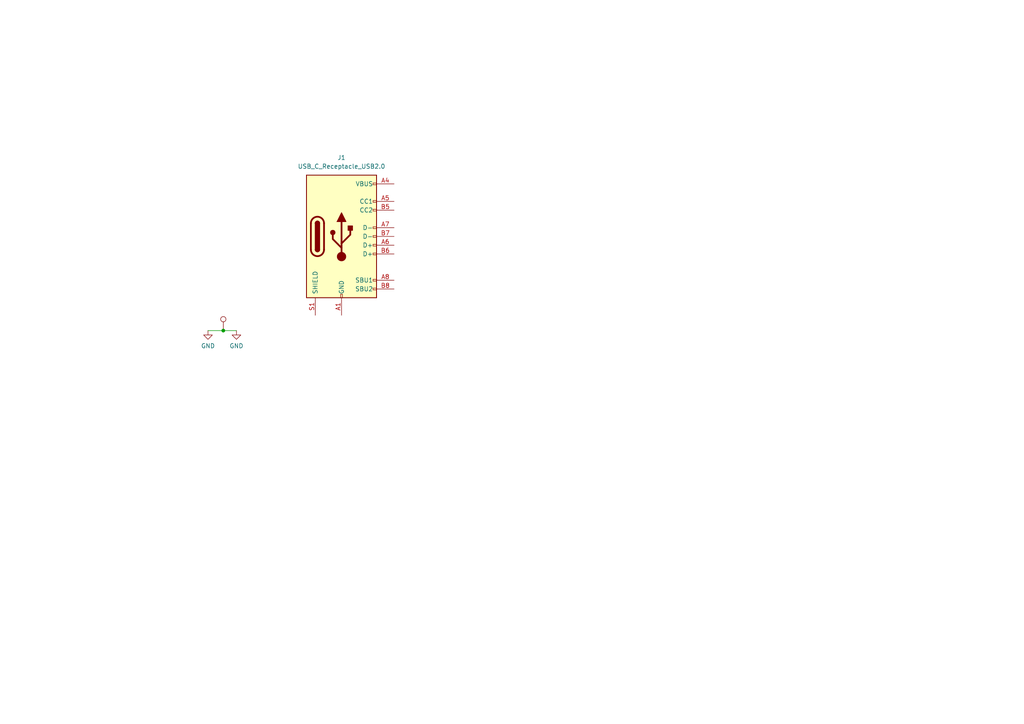
<source format=kicad_sch>
(kicad_sch (version 20230121) (generator eeschema)
  (paper "A4")
  (lib_symbols
    (symbol "Connector:TestPoint" (pin_numbers hide) (pin_names (offset 0.762) hide)
      (property "Reference" "TP" (at 0 6.858 0))
      (property "Value" "TestPoint" (at 0 5.08 0))
      (symbol "TestPoint_0_1"
        (circle (center 0 3.302) (radius 0.762))
      )
      (symbol "TestPoint_1_1"
        (pin passive line (at 0 0 90) (length 2.54) (name "1") (number "1"))
      )
    )
    (symbol "Connector:USB_C_Receptacle_USB2.0" (pin_names (offset 1.016))
      (property "Reference" "J" (at -10.16 19.05 0))
      (property "Value" "USB_C_Receptacle_USB2.0" (at 19.05 19.05 0))
      (symbol "USB_C_Receptacle_USB2.0_0_0"
        (rectangle (start -0.254 -17.78) (end 0.254 -16.764))
        (rectangle (start 10.16 -14.986) (end 9.144 -15.494))
        (rectangle (start 10.16 -12.446) (end 9.144 -12.954))
        (rectangle (start 10.16 -4.826) (end 9.144 -5.334))
        (rectangle (start 10.16 -2.286) (end 9.144 -2.794))
        (rectangle (start 10.16 0.254) (end 9.144 -0.254))
        (rectangle (start 10.16 2.794) (end 9.144 2.286))
        (rectangle (start 10.16 7.874) (end 9.144 7.366))
        (rectangle (start 10.16 10.414) (end 9.144 9.906))
        (rectangle (start 10.16 15.494) (end 9.144 14.986))
      )
      (symbol "USB_C_Receptacle_USB2.0_0_1"
        (rectangle (start -10.16 17.78) (end 10.16 -17.78) (stroke (width 0.254)) (fill (type background)))
        (arc (start -8.89 -3.81) (mid -6.985 -5.7067) (end -5.08 -3.81) (stroke (width 0.508)))
        (arc (start -7.62 -3.81) (mid -6.985 -4.4423) (end -6.35 -3.81) (stroke (width 0.254)))
        (arc (start -7.62 -3.81) (mid -6.985 -4.4423) (end -6.35 -3.81) (stroke (width 0.254)) (fill (type outline)))
        (rectangle (start -7.62 -3.81) (end -6.35 3.81) (stroke (width 0.254)) (fill (type outline)))
        (arc (start -6.35 3.81) (mid -6.985 4.4423) (end -7.62 3.81) (stroke (width 0.254)))
        (arc (start -6.35 3.81) (mid -6.985 4.4423) (end -7.62 3.81) (stroke (width 0.254)) (fill (type outline)))
        (arc (start -5.08 3.81) (mid -6.985 5.7067) (end -8.89 3.81) (stroke (width 0.508)))
        (circle (center -2.54 1.143) (radius 0.635) (stroke (width 0.254)) (fill (type outline)))
        (circle (center 0 -5.842) (radius 1.27) (fill (type outline)))
        (polyline (pts (xy -8.89 -3.81) (xy -8.89 3.81)) (stroke (width 0.508)))
        (polyline (pts (xy -5.08 3.81) (xy -5.08 -3.81)) (stroke (width 0.508)))
        (polyline (pts (xy 0 -5.842) (xy 0 4.318)) (stroke (width 0.508)))
        (polyline (pts (xy 0 -3.302) (xy -2.54 -0.762) (xy -2.54 0.508)) (stroke (width 0.508)))
        (polyline (pts (xy 0 -2.032) (xy 2.54 0.508) (xy 2.54 1.778)) (stroke (width 0.508)))
        (polyline (pts (xy -1.27 4.318) (xy 0 6.858) (xy 1.27 4.318) (xy -1.27 4.318)) (stroke (width 0.254)) (fill (type outline)))
        (rectangle (start 1.905 1.778) (end 3.175 3.048) (stroke (width 0.254)) (fill (type outline)))
      )
      (symbol "USB_C_Receptacle_USB2.0_1_1"
        (pin passive line (at 0 -22.86 90) (length 5.08) (name "GND") (number "A1"))
        (pin passive line (at 0 -22.86 90) (length 5.08) hide (name "GND") (number "A12"))
        (pin passive line (at 15.24 15.24 180) (length 5.08) (name "VBUS") (number "A4"))
        (pin bidirectional line (at 15.24 10.16 180) (length 5.08) (name "CC1") (number "A5"))
        (pin bidirectional line (at 15.24 -2.54 180) (length 5.08) (name "D+") (number "A6"))
        (pin bidirectional line (at 15.24 2.54 180) (length 5.08) (name "D-") (number "A7"))
        (pin bidirectional line (at 15.24 -12.7 180) (length 5.08) (name "SBU1") (number "A8"))
        (pin passive line (at 15.24 15.24 180) (length 5.08) hide (name "VBUS") (number "A9"))
        (pin passive line (at 0 -22.86 90) (length 5.08) hide (name "GND") (number "B1"))
        (pin passive line (at 0 -22.86 90) (length 5.08) hide (name "GND") (number "B12"))
        (pin passive line (at 15.24 15.24 180) (length 5.08) hide (name "VBUS") (number "B4"))
        (pin bidirectional line (at 15.24 7.62 180) (length 5.08) (name "CC2") (number "B5"))
        (pin bidirectional line (at 15.24 -5.08 180) (length 5.08) (name "D+") (number "B6"))
        (pin bidirectional line (at 15.24 0 180) (length 5.08) (name "D-") (number "B7"))
        (pin bidirectional line (at 15.24 -15.24 180) (length 5.08) (name "SBU2") (number "B8"))
        (pin passive line (at 15.24 15.24 180) (length 5.08) hide (name "VBUS") (number "B9"))
        (pin passive line (at -7.62 -22.86 90) (length 5.08) (name "SHIELD") (number "S1"))
      )
    )
    (symbol "power:GND" (power) (pin_names (offset 0))
      (property "Value" "GND" (at 0 -3.81 0))
      (symbol "GND_0_1"
        (polyline (pts (xy 0 0) (xy 0 -1.27) (xy 1.27 -1.27) (xy 0 -2.54) (xy -1.27 -1.27) (xy 0 -1.27)))
      )
      (symbol "GND_1_1"
        (pin power_in line (at 0 0 270) (length 0) hide (name "GND") (number "1"))
      )
    )
  )
  (junction (at 64.77 95.885))
  (wire (pts (xy 60.325 95.885) (xy 64.77 95.885)))
  (wire (pts (xy 64.77 95.885) (xy 68.58 95.885)))
  (symbol (lib_id "Connector:USB_C_Receptacle_USB2.0") (at 99.06 68.58 0) (unit 1)
    (property "Reference" "J1" (at 99.06 45.72 0))
    (property "Value" "USB_C_Receptacle_USB2.0" (at 99.06 48.26 0))
    (property "Footprint" "Connector_USB:USB_C_Receptacle_Palconn_UTC16-G" (effects hide))
    (property "Datasheet" "https://www.usb.org/sites/default/files/documents/usb_type-c.zip" (effects hide))
  )
  (symbol (lib_id "power:GND") (at 68.58 95.885 0) (unit 1)
    (property "Reference" "#PWR02" (effects hide))
    (property "Value" "GND" (at 68.58 100.33 0))
  )
  (symbol (lib_id "Connector:TestPoint") (at 64.77 95.885 0) (unit 1)
    (property "Reference" "TP1" (effects hide))
    (property "Value" "TestPoint" (effects hide))
    (property "Footprint" "TestPoint:TestPoint_Pad_1.0x1.0mm" (effects hide))
  )
  (symbol (lib_id "power:GND") (at 60.325 95.885 0) (unit 1)
    (property "Reference" "#PWR01" (effects hide))
    (property "Value" "GND" (at 60.325 100.33 0))
  )
)
</source>
